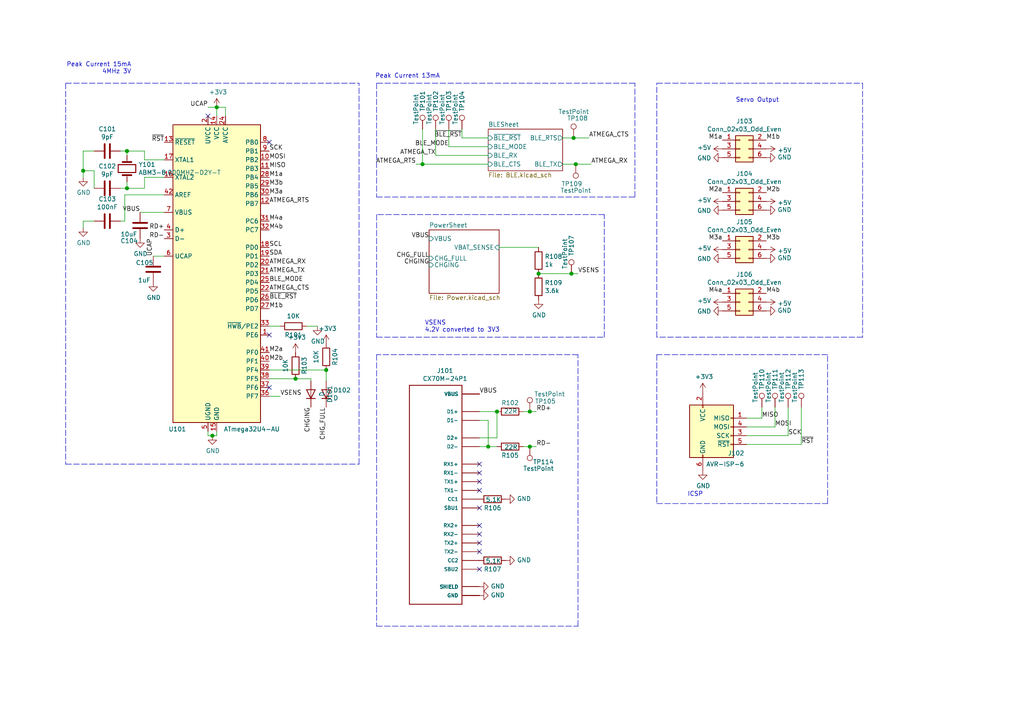
<source format=kicad_sch>
(kicad_sch (version 20210126) (generator eeschema)
  (paper "A4")
  (lib_symbols
    (symbol "Connector:TestPoint" (pin_numbers hide) (pin_names (offset 0.762) hide)
      (property "Reference" "TP" (at 0 6.858 0))
      (property "Value" "TestPoint" (at 0 5.08 0))
      (symbol "TestPoint_0_1"
        (circle (center 0 3.302) (radius 0.762))
      )
      (symbol "TestPoint_1_1"
        (pin passive line (at 0 0 90) (length 2.54) (name "1") (number "1"))
      )
    )
    (symbol "Connector_Generic:Conn_02x03_Odd_Even" (pin_names (offset 1.016) hide)
      (property "Reference" "J" (at 1.27 5.08 0))
      (property "Value" "Conn_02x03_Odd_Even" (at 1.27 -5.08 0))
      (symbol "Conn_02x03_Odd_Even_1_1"
        (rectangle (start -1.27 -2.413) (end 0 -2.667) (stroke (width 0.1524)))
        (rectangle (start -1.27 0.127) (end 0 -0.127) (stroke (width 0.1524)))
        (rectangle (start -1.27 2.667) (end 0 2.413) (stroke (width 0.1524)))
        (rectangle (start 3.81 -2.413) (end 2.54 -2.667) (stroke (width 0.1524)))
        (rectangle (start 3.81 0.127) (end 2.54 -0.127) (stroke (width 0.1524)))
        (rectangle (start 3.81 2.667) (end 2.54 2.413) (stroke (width 0.1524)))
        (rectangle (start -1.27 3.81) (end 3.81 -3.81) (stroke (width 0.254)) (fill (type background)))
        (pin passive line (at -5.08 2.54 0) (length 3.81) (name "Pin_1") (number "1"))
        (pin passive line (at 7.62 2.54 180) (length 3.81) (name "Pin_2") (number "2"))
        (pin passive line (at -5.08 0 0) (length 3.81) (name "Pin_3") (number "3"))
        (pin passive line (at 7.62 0 180) (length 3.81) (name "Pin_4") (number "4"))
        (pin passive line (at -5.08 -2.54 0) (length 3.81) (name "Pin_5") (number "5"))
        (pin passive line (at 7.62 -2.54 180) (length 3.81) (name "Pin_6") (number "6"))
      )
    )
    (symbol "Custom:CX70M-24P1" (pin_numbers hide) (pin_names (offset 1.016))
      (property "Reference" "J" (at -7.6454 33.6042 0))
      (property "Value" "CX70M-24P1" (at -7.6454 -33.0708 0))
      (symbol "CX70M-24P1_0_0"
        (polyline (pts (xy -7.62 -30.48) (xy -7.62 33.02)) (stroke (width 0.254)))
        (polyline (pts (xy -7.62 33.02) (xy 7.62 33.02)) (stroke (width 0.254)))
        (polyline (pts (xy 7.62 -30.48) (xy -7.62 -30.48)) (stroke (width 0.254)))
        (polyline (pts (xy 7.62 33.02) (xy 7.62 -30.48)) (stroke (width 0.254)))
        (pin power_in line (at 12.7 -27.94 180) (length 5.08) (name "GND") (number "A1"))
        (pin bidirectional line (at 12.7 -10.16 180) (length 5.08) (name "RX2-") (number "A10"))
        (pin bidirectional line (at 12.7 -7.62 180) (length 5.08) (name "RX2+") (number "A11"))
        (pin power_in line (at 12.7 -27.94 180) (length 5.08) (name "GND") (number "A12"))
        (pin bidirectional line (at 12.7 5.08 180) (length 5.08) (name "TX1+") (number "A2"))
        (pin bidirectional line (at 12.7 2.54 180) (length 5.08) (name "TX1-") (number "A3"))
        (pin power_in line (at 12.7 30.48 180) (length 5.08) (name "VBUS") (number "A4"))
        (pin bidirectional line (at 12.7 0 180) (length 5.08) (name "CC1") (number "A5"))
        (pin bidirectional line (at 12.7 25.4 180) (length 5.08) (name "D1+") (number "A6"))
        (pin bidirectional line (at 12.7 22.86 180) (length 5.08) (name "D1-") (number "A7"))
        (pin bidirectional line (at 12.7 -2.54 180) (length 5.08) (name "SBU1") (number "A8"))
        (pin power_in line (at 12.7 30.48 180) (length 5.08) (name "VBUS") (number "A9"))
        (pin power_in line (at 12.7 -27.94 180) (length 5.08) (name "GND") (number "B1"))
        (pin bidirectional line (at 12.7 7.62 180) (length 5.08) (name "RX1-") (number "B10"))
        (pin bidirectional line (at 12.7 10.16 180) (length 5.08) (name "RX1+") (number "B11"))
        (pin power_in line (at 12.7 -27.94 180) (length 5.08) (name "GND") (number "B12"))
        (pin bidirectional line (at 12.7 -12.7 180) (length 5.08) (name "TX2+") (number "B2"))
        (pin bidirectional line (at 12.7 -15.24 180) (length 5.08) (name "TX2-") (number "B3"))
        (pin power_in line (at 12.7 30.48 180) (length 5.08) (name "VBUS") (number "B4"))
        (pin bidirectional line (at 12.7 -17.78 180) (length 5.08) (name "CC2") (number "B5"))
        (pin bidirectional line (at 12.7 17.78 180) (length 5.08) (name "D2+") (number "B6"))
        (pin bidirectional line (at 12.7 15.24 180) (length 5.08) (name "D2-") (number "B7"))
        (pin bidirectional line (at 12.7 -20.32 180) (length 5.08) (name "SBU2") (number "B8"))
        (pin power_in line (at 12.7 30.48 180) (length 5.08) (name "VBUS") (number "B9"))
        (pin power_in line (at 12.7 -25.4 180) (length 5.08) (name "SHIELD") (number "S1"))
        (pin power_in line (at 12.7 -25.4 180) (length 5.08) (name "SHIELD") (number "S2"))
        (pin power_in line (at 12.7 -25.4 180) (length 5.08) (name "SHIELD") (number "S3"))
        (pin power_in line (at 12.7 -25.4 180) (length 5.08) (name "SHIELD") (number "S4"))
        (pin power_in line (at 12.7 -25.4 180) (length 5.08) (name "SHIELD") (number "S5"))
        (pin power_in line (at 12.7 -25.4 180) (length 5.08) (name "SHIELD") (number "S5.1"))
        (pin power_in line (at 12.7 -25.4 180) (length 5.08) (name "SHIELD") (number "S6"))
        (pin power_in line (at 12.7 -25.4 180) (length 5.08) (name "SHIELD") (number "S6.1"))
      )
    )
    (symbol "Device:C" (pin_numbers hide) (pin_names (offset 0.254))
      (property "Reference" "C" (at 0.635 2.54 0))
      (property "Value" "C" (at 0.635 -2.54 0))
      (symbol "C_0_1"
        (polyline (pts (xy -2.032 -0.762) (xy 2.032 -0.762)) (stroke (width 0.508)))
        (polyline (pts (xy -2.032 0.762) (xy 2.032 0.762)) (stroke (width 0.508)))
      )
      (symbol "C_1_1"
        (pin passive line (at 0 3.81 270) (length 2.794) (name "~") (number "1"))
        (pin passive line (at 0 -3.81 90) (length 2.794) (name "~") (number "2"))
      )
    )
    (symbol "Device:Crystal" (pin_numbers hide) (pin_names (offset 1.016) hide)
      (property "Reference" "Y" (at 0 3.81 0))
      (property "Value" "Crystal" (at 0 -3.81 0))
      (symbol "Crystal_0_1"
        (rectangle (start -1.143 2.54) (end 1.143 -2.54) (stroke (width 0.3048)))
        (polyline (pts (xy -2.54 0) (xy -1.905 0)))
        (polyline (pts (xy -1.905 -1.27) (xy -1.905 1.27)) (stroke (width 0.508)))
        (polyline (pts (xy 1.905 -1.27) (xy 1.905 1.27)) (stroke (width 0.508)))
        (polyline (pts (xy 2.54 0) (xy 1.905 0)))
      )
      (symbol "Crystal_1_1"
        (pin passive line (at -3.81 0 0) (length 1.27) (name "1") (number "1"))
        (pin passive line (at 3.81 0 180) (length 1.27) (name "2") (number "2"))
      )
    )
    (symbol "Device:D" (pin_numbers hide) (pin_names (offset 1.016) hide)
      (property "Reference" "D" (at 0 2.54 0))
      (property "Value" "D" (at 0 -2.54 0))
      (symbol "D_0_1"
        (polyline (pts (xy -1.27 1.27) (xy -1.27 -1.27)) (stroke (width 0.254)))
        (polyline (pts (xy 1.27 0) (xy -1.27 0)))
        (polyline (pts (xy 1.27 1.27) (xy 1.27 -1.27) (xy -1.27 0) (xy 1.27 1.27)) (stroke (width 0.254)))
      )
      (symbol "D_1_1"
        (pin passive line (at -3.81 0 0) (length 2.54) (name "K") (number "1"))
        (pin passive line (at 3.81 0 180) (length 2.54) (name "A") (number "2"))
      )
    )
    (symbol "Device:R" (pin_numbers hide) (pin_names (offset 0))
      (property "Reference" "R" (at 2.032 0 90))
      (property "Value" "R" (at 0 0 90))
      (symbol "R_0_1"
        (rectangle (start -1.016 -2.54) (end 1.016 2.54) (stroke (width 0.254)))
      )
      (symbol "R_1_1"
        (pin passive line (at 0 3.81 270) (length 1.27) (name "~") (number "1"))
        (pin passive line (at 0 -3.81 90) (length 1.27) (name "~") (number "2"))
      )
    )
    (symbol "PhoneBot-rescue:ATmega32U4-AU-MCU_Microchip_ATmega-PhoneBot-rescue-PhoneBot-rescue-PhoneBot-rescue-PhoneBot-rescue"
      (property "Reference" "U" (at -12.7 44.45 0))
      (property "Value" "ATmega32U4-AU-MCU_Microchip_ATmega-PhoneBot-rescue-PhoneBot-rescue-PhoneBot-rescue-PhoneBot-rescue" (at 2.54 -44.45 0))
      (symbol "ATmega32U4-AU-MCU_Microchip_ATmega-PhoneBot-rescue-PhoneBot-rescue-PhoneBot-rescue-PhoneBot-rescue_0_1"
        (rectangle (start -12.7 -43.18) (end 12.7 43.18) (stroke (width 0.254)) (fill (type background)))
      )
      (symbol "ATmega32U4-AU-MCU_Microchip_ATmega-PhoneBot-rescue-PhoneBot-rescue-PhoneBot-rescue-PhoneBot-rescue_1_1"
        (pin bidirectional line (at 15.24 -17.78 180) (length 2.54) (name "PE6") (number "1"))
        (pin bidirectional line (at 15.24 33.02 180) (length 2.54) (name "PB2") (number "10"))
        (pin bidirectional line (at 15.24 30.48 180) (length 2.54) (name "PB3") (number "11"))
        (pin bidirectional line (at 15.24 20.32 180) (length 2.54) (name "PB7") (number "12"))
        (pin input line (at -15.24 38.1 0) (length 2.54) (name "~RESET~") (number "13"))
        (pin power_in line (at 0 45.72 270) (length 2.54) (name "VCC") (number "14"))
        (pin power_in line (at 0 -45.72 90) (length 2.54) (name "GND") (number "15"))
        (pin output line (at -15.24 27.94 0) (length 2.54) (name "XTAL2") (number "16"))
        (pin input line (at -15.24 33.02 0) (length 2.54) (name "XTAL1") (number "17"))
        (pin bidirectional line (at 15.24 7.62 180) (length 2.54) (name "PD0") (number "18"))
        (pin bidirectional line (at 15.24 5.08 180) (length 2.54) (name "PD1") (number "19"))
        (pin power_in line (at -2.54 45.72 270) (length 2.54) (name "UVCC") (number "2"))
        (pin bidirectional line (at 15.24 2.54 180) (length 2.54) (name "PD2") (number "20"))
        (pin bidirectional line (at 15.24 0 180) (length 2.54) (name "PD3") (number "21"))
        (pin bidirectional line (at 15.24 -5.08 180) (length 2.54) (name "PD5") (number "22"))
        (pin passive line (at 0 -45.72 90) (length 2.54) hide (name "GND") (number "23"))
        (pin power_in line (at 2.54 45.72 270) (length 2.54) (name "AVCC") (number "24"))
        (pin bidirectional line (at 15.24 -2.54 180) (length 2.54) (name "PD4") (number "25"))
        (pin bidirectional line (at 15.24 -7.62 180) (length 2.54) (name "PD6") (number "26"))
        (pin bidirectional line (at 15.24 -10.16 180) (length 2.54) (name "PD7") (number "27"))
        (pin bidirectional line (at 15.24 27.94 180) (length 2.54) (name "PB4") (number "28"))
        (pin bidirectional line (at 15.24 25.4 180) (length 2.54) (name "PB5") (number "29"))
        (pin bidirectional line (at -15.24 10.16 0) (length 2.54) (name "D-") (number "3"))
        (pin bidirectional line (at 15.24 22.86 180) (length 2.54) (name "PB6") (number "30"))
        (pin bidirectional line (at 15.24 15.24 180) (length 2.54) (name "PC6") (number "31"))
        (pin bidirectional line (at 15.24 12.7 180) (length 2.54) (name "PC7") (number "32"))
        (pin bidirectional line (at 15.24 -15.24 180) (length 2.54) (name "~HWB~/PE2") (number "33"))
        (pin passive line (at 0 45.72 270) (length 2.54) hide (name "VCC") (number "34"))
        (pin passive line (at 0 -45.72 90) (length 2.54) hide (name "GND") (number "35"))
        (pin bidirectional line (at 15.24 -35.56 180) (length 2.54) (name "PF7") (number "36"))
        (pin bidirectional line (at 15.24 -33.02 180) (length 2.54) (name "PF6") (number "37"))
        (pin bidirectional line (at 15.24 -30.48 180) (length 2.54) (name "PF5") (number "38"))
        (pin bidirectional line (at 15.24 -27.94 180) (length 2.54) (name "PF4") (number "39"))
        (pin bidirectional line (at -15.24 12.7 0) (length 2.54) (name "D+") (number "4"))
        (pin bidirectional line (at 15.24 -25.4 180) (length 2.54) (name "PF1") (number "40"))
        (pin bidirectional line (at 15.24 -22.86 180) (length 2.54) (name "PF0") (number "41"))
        (pin input line (at -15.24 22.86 0) (length 2.54) (name "AREF") (number "42"))
        (pin passive line (at 0 -45.72 90) (length 2.54) hide (name "GND") (number "43"))
        (pin passive line (at 2.54 45.72 270) (length 2.54) hide (name "AVCC") (number "44"))
        (pin passive line (at -2.54 -45.72 90) (length 2.54) (name "UGND") (number "5"))
        (pin passive line (at -15.24 5.08 0) (length 2.54) (name "UCAP") (number "6"))
        (pin passive line (at -15.24 17.78 0) (length 2.54) (name "VBUS") (number "7"))
        (pin bidirectional line (at 15.24 38.1 180) (length 2.54) (name "PB0") (number "8"))
        (pin bidirectional line (at 15.24 35.56 180) (length 2.54) (name "PB1") (number "9"))
      )
    )
    (symbol "PhoneBot-rescue:AVR-ISP-6-Connector-PhoneBot-rescue" (pin_names (offset 1.016))
      (property "Reference" "J" (at 0 10.16 0))
      (property "Value" "AVR-ISP-6-Connector-PhoneBot-rescue" (at 0 -7.62 0))
      (symbol "AVR-ISP-6-Connector-PhoneBot-rescue_0_1"
        (rectangle (start -2.667 -5.588) (end -2.413 -6.35))
        (rectangle (start -2.667 8.89) (end -2.413 8.128))
        (rectangle (start 6.35 -2.413) (end 5.588 -2.667))
        (rectangle (start 6.35 0.127) (end 5.588 -0.127))
        (rectangle (start 6.35 2.667) (end 5.588 2.413))
        (rectangle (start 6.35 5.207) (end 5.588 4.953))
        (rectangle (start 6.35 8.89) (end -6.35 -6.35) (stroke (width 0.254)) (fill (type background)))
      )
      (symbol "AVR-ISP-6-Connector-PhoneBot-rescue_1_1"
        (pin passive line (at 10.16 5.08 180) (length 3.81) (name "MISO") (number "1"))
        (pin power_in line (at -2.54 12.7 270) (length 3.81) (name "VCC") (number "2"))
        (pin passive line (at 10.16 0 180) (length 3.81) (name "SCK") (number "3"))
        (pin passive line (at 10.16 2.54 180) (length 3.81) (name "MOSI") (number "4"))
        (pin passive line (at 10.16 -2.54 180) (length 3.81) (name "~RST") (number "5"))
        (pin power_in line (at -2.54 -10.16 90) (length 3.81) (name "GND") (number "6"))
      )
    )
    (symbol "power:+3V3" (power) (pin_names (offset 0))
      (property "Value" "+3V3" (at 0 3.556 0))
      (symbol "+3V3_0_1"
        (polyline (pts (xy -0.762 1.27) (xy 0 2.54)))
        (polyline (pts (xy 0 0) (xy 0 2.54)))
        (polyline (pts (xy 0 2.54) (xy 0.762 1.27)))
      )
      (symbol "+3V3_1_1"
        (pin power_in line (at 0 0 90) (length 0) hide (name "+3V3") (number "1"))
      )
    )
    (symbol "power:+5V" (power) (pin_names (offset 0))
      (property "Value" "+5V" (at 0 3.556 0))
      (symbol "+5V_0_1"
        (polyline (pts (xy -0.762 1.27) (xy 0 2.54)))
        (polyline (pts (xy 0 0) (xy 0 2.54)))
        (polyline (pts (xy 0 2.54) (xy 0.762 1.27)))
      )
      (symbol "+5V_1_1"
        (pin power_in line (at 0 0 90) (length 0) hide (name "+5V") (number "1"))
      )
    )
    (symbol "power:GND" (power) (pin_names (offset 0))
      (property "Value" "GND" (at 0 -3.81 0))
      (symbol "GND_0_1"
        (polyline (pts (xy 0 0) (xy 0 -1.27) (xy 1.27 -1.27) (xy 0 -2.54) (xy -1.27 -1.27) (xy 0 -1.27)))
      )
      (symbol "GND_1_1"
        (pin power_in line (at 0 0 270) (length 0) hide (name "GND") (number "1"))
      )
    )
  )
  (junction (at 24.13 49.53) (diameter 1.016))
  (junction (at 36.83 43.815) (diameter 1.016))
  (junction (at 36.83 54.61) (diameter 1.016))
  (junction (at 61.595 126.365) (diameter 1.016))
  (junction (at 62.865 31.115) (diameter 1.016))
  (junction (at 85.725 109.855) (diameter 1.016))
  (junction (at 94.615 107.315) (diameter 1.016))
  (junction (at 122.555 47.625) (diameter 1.016))
  (junction (at 141.605 129.54) (diameter 1.016))
  (junction (at 144.145 119.38) (diameter 1.016))
  (junction (at 153.67 119.38) (diameter 1.016))
  (junction (at 153.67 129.54) (diameter 1.016))
  (junction (at 156.21 79.375) (diameter 1.016))
  (junction (at 165.735 79.375) (diameter 1.016))
  (junction (at 166.37 40.005) (diameter 1.016))
  (junction (at 167.005 47.625) (diameter 1.016))
  (no_connect (at 60.325 33.655))
  (no_connect (at 78.105 41.275))
  (no_connect (at 78.105 97.155))
  (no_connect (at 78.105 112.395))
  (no_connect (at 139.065 134.62))
  (no_connect (at 139.065 137.16))
  (no_connect (at 139.065 139.7))
  (no_connect (at 139.065 142.24))
  (no_connect (at 139.065 147.32))
  (no_connect (at 139.065 152.4))
  (no_connect (at 139.065 154.94))
  (no_connect (at 139.065 157.48))
  (no_connect (at 139.065 160.02))
  (no_connect (at 139.065 165.1))
  (wire (pts (xy 24.13 43.815) (xy 24.13 49.53)))
  (wire (pts (xy 24.13 43.815) (xy 27.305 43.815)))
  (wire (pts (xy 24.13 49.53) (xy 24.13 51.435)))
  (wire (pts (xy 24.13 64.135) (xy 24.13 66.04)))
  (wire (pts (xy 27.305 49.53) (xy 24.13 49.53)))
  (wire (pts (xy 27.305 54.61) (xy 27.305 49.53)))
  (wire (pts (xy 27.305 64.135) (xy 24.13 64.135)))
  (wire (pts (xy 34.925 54.61) (xy 36.83 54.61)))
  (wire (pts (xy 36.195 56.515) (xy 36.195 64.135)))
  (wire (pts (xy 36.195 64.135) (xy 34.925 64.135)))
  (wire (pts (xy 36.83 43.815) (xy 34.925 43.815)))
  (wire (pts (xy 36.83 45.085) (xy 36.83 43.815)))
  (wire (pts (xy 36.83 54.61) (xy 36.83 52.705)))
  (wire (pts (xy 36.83 54.61) (xy 41.91 54.61)))
  (wire (pts (xy 40.64 61.595) (xy 47.625 61.595)))
  (wire (pts (xy 41.91 43.815) (xy 36.83 43.815)))
  (wire (pts (xy 41.91 46.355) (xy 41.91 43.815)))
  (wire (pts (xy 41.91 51.435) (xy 47.625 51.435)))
  (wire (pts (xy 41.91 54.61) (xy 41.91 51.435)))
  (wire (pts (xy 47.625 46.355) (xy 41.91 46.355)))
  (wire (pts (xy 47.625 56.515) (xy 36.195 56.515)))
  (wire (pts (xy 47.625 74.295) (xy 44.45 74.295)))
  (wire (pts (xy 60.325 31.115) (xy 62.865 31.115)))
  (wire (pts (xy 60.325 125.095) (xy 60.325 126.365)))
  (wire (pts (xy 60.325 126.365) (xy 61.595 126.365)))
  (wire (pts (xy 61.595 126.365) (xy 62.865 126.365)))
  (wire (pts (xy 62.865 33.655) (xy 62.865 31.115)))
  (wire (pts (xy 62.865 126.365) (xy 62.865 125.095)))
  (wire (pts (xy 65.405 31.115) (xy 62.865 31.115)))
  (wire (pts (xy 65.405 33.655) (xy 65.405 31.115)))
  (wire (pts (xy 78.105 94.615) (xy 81.28 94.615)))
  (wire (pts (xy 78.105 107.315) (xy 94.615 107.315)))
  (wire (pts (xy 78.105 109.855) (xy 85.725 109.855)))
  (wire (pts (xy 78.105 114.935) (xy 81.28 114.935)))
  (wire (pts (xy 85.725 109.855) (xy 90.17 109.855)))
  (wire (pts (xy 88.9 94.615) (xy 92.075 94.615)))
  (wire (pts (xy 90.17 109.855) (xy 90.17 110.49)))
  (wire (pts (xy 94.615 107.315) (xy 94.615 110.49)))
  (wire (pts (xy 120.65 47.625) (xy 122.555 47.625)))
  (wire (pts (xy 122.555 37.465) (xy 122.555 47.625)))
  (wire (pts (xy 122.555 47.625) (xy 141.605 47.625)))
  (wire (pts (xy 126.365 37.465) (xy 126.365 45.085)))
  (wire (pts (xy 126.365 45.085) (xy 141.605 45.085)))
  (wire (pts (xy 130.175 42.545) (xy 130.175 37.465)))
  (wire (pts (xy 133.985 37.465) (xy 133.985 40.005)))
  (wire (pts (xy 133.985 40.005) (xy 141.605 40.005)))
  (wire (pts (xy 139.065 121.92) (xy 141.605 121.92)))
  (wire (pts (xy 139.065 127) (xy 144.145 127)))
  (wire (pts (xy 141.605 42.545) (xy 130.175 42.545)))
  (wire (pts (xy 141.605 121.92) (xy 141.605 129.54)))
  (wire (pts (xy 141.605 129.54) (xy 139.065 129.54)))
  (wire (pts (xy 141.605 129.54) (xy 144.145 129.54)))
  (wire (pts (xy 144.145 119.38) (xy 139.065 119.38)))
  (wire (pts (xy 144.145 127) (xy 144.145 119.38)))
  (wire (pts (xy 144.78 71.755) (xy 156.21 71.755)))
  (wire (pts (xy 151.765 119.38) (xy 153.67 119.38)))
  (wire (pts (xy 151.765 129.54) (xy 153.67 129.54)))
  (wire (pts (xy 153.67 119.38) (xy 155.575 119.38)))
  (wire (pts (xy 153.67 129.54) (xy 155.575 129.54)))
  (wire (pts (xy 156.21 79.375) (xy 165.735 79.375)))
  (wire (pts (xy 163.195 40.005) (xy 166.37 40.005)))
  (wire (pts (xy 163.195 47.625) (xy 167.005 47.625)))
  (wire (pts (xy 165.735 79.375) (xy 167.64 79.375)))
  (wire (pts (xy 166.37 40.005) (xy 170.815 40.005)))
  (wire (pts (xy 167.005 47.625) (xy 171.45 47.625)))
  (wire (pts (xy 216.535 121.285) (xy 220.98 121.285)))
  (wire (pts (xy 216.535 123.825) (xy 224.79 123.825)))
  (wire (pts (xy 216.535 126.365) (xy 228.6 126.365)))
  (wire (pts (xy 216.535 128.905) (xy 232.41 128.905)))
  (wire (pts (xy 220.98 121.285) (xy 220.98 118.11)))
  (wire (pts (xy 224.79 123.825) (xy 224.79 118.11)))
  (wire (pts (xy 228.6 126.365) (xy 228.6 118.11)))
  (wire (pts (xy 232.41 128.905) (xy 232.41 118.11)))
  (polyline (pts (xy 19.05 24.13) (xy 19.05 134.62)) (stroke (width 0) (type dash)))
  (polyline (pts (xy 19.05 24.13) (xy 104.14 24.13)) (stroke (width 0) (type dash)))
  (polyline (pts (xy 19.05 134.62) (xy 104.14 134.62)) (stroke (width 0) (type dash)))
  (polyline (pts (xy 104.14 134.62) (xy 104.14 24.13)) (stroke (width 0) (type dash)))
  (polyline (pts (xy 109.22 24.13) (xy 109.22 57.15)) (stroke (width 0) (type dash)))
  (polyline (pts (xy 109.22 57.15) (xy 184.15 57.15)) (stroke (width 0) (type dash)))
  (polyline (pts (xy 109.22 62.23) (xy 109.22 97.79)) (stroke (width 0) (type dash)))
  (polyline (pts (xy 109.22 97.79) (xy 175.26 97.79)) (stroke (width 0) (type dash)))
  (polyline (pts (xy 109.22 102.87) (xy 109.22 181.61)) (stroke (width 0) (type dash)))
  (polyline (pts (xy 109.22 181.61) (xy 167.64 181.61)) (stroke (width 0) (type dash)))
  (polyline (pts (xy 167.64 102.87) (xy 109.22 102.87)) (stroke (width 0) (type dash)))
  (polyline (pts (xy 167.64 181.61) (xy 167.64 102.87)) (stroke (width 0) (type dash)))
  (polyline (pts (xy 175.26 62.23) (xy 109.22 62.23)) (stroke (width 0) (type dash)))
  (polyline (pts (xy 175.26 97.79) (xy 175.26 62.23)) (stroke (width 0) (type dash)))
  (polyline (pts (xy 184.15 24.13) (xy 109.22 24.13)) (stroke (width 0) (type dash)))
  (polyline (pts (xy 184.15 57.15) (xy 184.15 24.13)) (stroke (width 0) (type dash)))
  (polyline (pts (xy 190.5 24.13) (xy 250.19 24.13)) (stroke (width 0) (type dash)))
  (polyline (pts (xy 190.5 97.79) (xy 190.5 24.13)) (stroke (width 0) (type dash)))
  (polyline (pts (xy 190.5 102.87) (xy 190.5 146.05)) (stroke (width 0) (type dash)))
  (polyline (pts (xy 190.5 146.05) (xy 240.03 146.05)) (stroke (width 0) (type dash)))
  (polyline (pts (xy 240.03 102.87) (xy 190.5 102.87)) (stroke (width 0) (type dash)))
  (polyline (pts (xy 240.03 146.05) (xy 240.03 102.87)) (stroke (width 0) (type dash)))
  (polyline (pts (xy 250.19 24.13) (xy 250.19 97.79)) (stroke (width 0) (type dash)))
  (polyline (pts (xy 250.19 97.79) (xy 190.5 97.79)) (stroke (width 0) (type dash)))
  (text "Peak Current 15mA\n4MHz 3V" (at 38.1 21.59 180) (effects (font (size 1.27 1.27)) (justify right bottom)))
  (text "VSENS\n4.2V converted to 3V3" (at 123.19 96.52 0) (effects (font (size 1.27 1.27)) (justify left bottom)))
  (text "Peak Current 13mA" (at 127.635 22.86 180) (effects (font (size 1.27 1.27)) (justify right bottom)))
  (text "ICSP" (at 199.39 144.145 0) (effects (font (size 1.27 1.27)) (justify left bottom)))
  (text "Servo Output" (at 213.36 29.845 0) (effects (font (size 1.27 1.27)) (justify left bottom)))
  (label "VBUS" (at 40.64 61.595 180))
  (label "UCAP" (at 44.45 74.295 90))
  (label "~RST" (at 47.625 41.275 180))
  (label "RD+" (at 47.625 66.675 180))
  (label "RD-" (at 47.625 69.215 180))
  (label "UCAP" (at 60.325 31.115 180))
  (label "SCK" (at 78.105 43.815 0))
  (label "MOSI" (at 78.105 46.355 0))
  (label "MISO" (at 78.105 48.895 0))
  (label "M1a" (at 78.105 51.435 0))
  (label "M3b" (at 78.105 53.975 0))
  (label "M3a" (at 78.105 56.515 0))
  (label "ATMEGA_RTS" (at 78.105 59.055 0))
  (label "M4a" (at 78.105 64.135 0))
  (label "M4b" (at 78.105 66.675 0))
  (label "SCL" (at 78.105 71.755 0))
  (label "SDA" (at 78.105 74.295 0))
  (label "ATMEGA_RX" (at 78.105 76.835 0))
  (label "ATMEGA_TX" (at 78.105 79.375 0))
  (label "BLE_MODE" (at 78.105 81.915 0))
  (label "ATMEGA_CTS" (at 78.105 84.455 0))
  (label "~BLE_RST" (at 78.105 86.995 0))
  (label "M1b" (at 78.105 89.535 0))
  (label "M2a" (at 78.105 102.235 0))
  (label "M2b" (at 78.105 104.775 0))
  (label "VSENS" (at 81.28 114.935 0))
  (label "CHGING" (at 90.17 118.11 270))
  (label "CHG_FULL" (at 94.615 118.11 270))
  (label "ATMEGA_RTS" (at 120.65 47.625 180))
  (label "VBUS" (at 124.46 69.215 180))
  (label "CHG_FULL" (at 124.46 74.93 180))
  (label "CHGING" (at 124.46 76.835 180))
  (label "ATMEGA_TX" (at 126.365 45.085 180))
  (label "BLE_MODE" (at 130.175 42.545 180))
  (label "~BLE_RST" (at 133.985 40.005 180))
  (label "VBUS" (at 139.065 114.3 0))
  (label "RD+" (at 155.575 119.38 0))
  (label "RD-" (at 155.575 129.54 0))
  (label "VSENS" (at 167.64 79.375 0))
  (label "ATMEGA_CTS" (at 170.815 40.005 0))
  (label "ATMEGA_RX" (at 171.45 47.625 0))
  (label "M1a" (at 209.55 40.64 180))
  (label "M2a" (at 209.55 55.88 180))
  (label "M3a" (at 209.55 69.85 180))
  (label "M4a" (at 209.55 85.09 180))
  (label "MISO" (at 220.98 121.285 0))
  (label "M1b" (at 222.25 40.64 0))
  (label "M2b" (at 222.25 55.88 0))
  (label "M3b" (at 222.25 69.85 0))
  (label "M4b" (at 222.25 85.09 0))
  (label "MOSI" (at 224.79 123.825 0))
  (label "SCK" (at 228.6 126.365 0))
  (label "~RST" (at 232.41 128.905 0))
  (symbol (lib_id "Connector:TestPoint") (at 122.555 37.465 0) (unit 1)
    (property "Reference" "TP101" (at 122.555 32.385 90) (effects (justify left)))
    (property "Value" "TestPoint" (at 120.65 36.195 90) (effects (justify left)))
    (property "Footprint" "TestPoint:TestPoint_Pad_D1.0mm" (effects hide))
  )
  (symbol (lib_id "Connector:TestPoint") (at 126.365 37.465 0) (unit 1)
    (property "Reference" "TP102" (at 126.365 32.385 90) (effects (justify left)))
    (property "Value" "TestPoint" (at 124.46 36.195 90) (effects (justify left)))
    (property "Footprint" "TestPoint:TestPoint_Pad_D1.0mm" (effects hide))
  )
  (symbol (lib_id "Connector:TestPoint") (at 130.175 37.465 0) (unit 1)
    (property "Reference" "TP103" (at 130.175 32.385 90) (effects (justify left)))
    (property "Value" "TestPoint" (at 128.27 36.195 90) (effects (justify left)))
    (property "Footprint" "TestPoint:TestPoint_Pad_D1.0mm" (effects hide))
  )
  (symbol (lib_id "Connector:TestPoint") (at 133.985 37.465 0) (unit 1)
    (property "Reference" "TP104" (at 133.985 32.385 90) (effects (justify left)))
    (property "Value" "TestPoint" (at 132.08 36.195 90) (effects (justify left)))
    (property "Footprint" "TestPoint:TestPoint_Pad_D1.0mm" (effects hide))
  )
  (symbol (lib_id "Connector:TestPoint") (at 153.67 119.38 0) (unit 1)
    (property "Reference" "TP105" (at 155.1432 116.3828 0) (effects (justify left)))
    (property "Value" "TestPoint" (at 154.94 114.3 0) (effects (justify left)))
    (property "Footprint" "TestPoint:TestPoint_Pad_D1.0mm" (effects hide))
  )
  (symbol (lib_id "Connector:TestPoint") (at 153.67 129.54 180) (unit 1)
    (property "Reference" "TP114" (at 160.655 133.985 0) (effects (justify left)))
    (property "Value" "TestPoint" (at 160.655 135.89 0) (effects (justify left)))
    (property "Footprint" "TestPoint:TestPoint_Pad_D1.0mm" (effects hide))
  )
  (symbol (lib_id "Connector:TestPoint") (at 165.735 79.375 0) (unit 1)
    (property "Reference" "TP107" (at 165.735 74.295 90) (effects (justify left)))
    (property "Value" "TestPoint" (at 163.83 78.105 90) (effects (justify left)))
    (property "Footprint" "TestPoint:TestPoint_Pad_D1.0mm" (effects hide))
  )
  (symbol (lib_id "Connector:TestPoint") (at 166.37 40.005 0) (unit 1)
    (property "Reference" "TP108" (at 164.465 34.29 0) (effects (justify left)))
    (property "Value" "TestPoint" (at 161.925 32.385 0) (effects (justify left)))
    (property "Footprint" "TestPoint:TestPoint_Pad_D1.0mm" (effects hide))
  )
  (symbol (lib_id "Connector:TestPoint") (at 167.005 47.625 180) (unit 1)
    (property "Reference" "TP109" (at 168.91 53.34 0) (effects (justify left)))
    (property "Value" "TestPoint" (at 171.45 55.245 0) (effects (justify left)))
    (property "Footprint" "TestPoint:TestPoint_Pad_D1.0mm" (effects hide))
  )
  (symbol (lib_id "Connector:TestPoint") (at 220.98 118.11 0) (unit 1)
    (property "Reference" "TP110" (at 220.98 113.03 90) (effects (justify left)))
    (property "Value" "TestPoint" (at 219.075 116.84 90) (effects (justify left)))
    (property "Footprint" "TestPoint:TestPoint_Pad_D1.0mm" (effects hide))
  )
  (symbol (lib_id "Connector:TestPoint") (at 224.79 118.11 0) (unit 1)
    (property "Reference" "TP111" (at 224.79 113.03 90) (effects (justify left)))
    (property "Value" "TestPoint" (at 222.885 116.84 90) (effects (justify left)))
    (property "Footprint" "TestPoint:TestPoint_Pad_D1.0mm" (effects hide))
  )
  (symbol (lib_id "Connector:TestPoint") (at 228.6 118.11 0) (unit 1)
    (property "Reference" "TP112" (at 228.6 113.03 90) (effects (justify left)))
    (property "Value" "TestPoint" (at 226.695 116.84 90) (effects (justify left)))
    (property "Footprint" "TestPoint:TestPoint_Pad_D1.0mm" (effects hide))
  )
  (symbol (lib_id "Connector:TestPoint") (at 232.41 118.11 0) (unit 1)
    (property "Reference" "TP113" (at 232.41 113.03 90) (effects (justify left)))
    (property "Value" "TestPoint" (at 230.505 116.84 90) (effects (justify left)))
    (property "Footprint" "TestPoint:TestPoint_Pad_D1.0mm" (effects hide))
  )
  (symbol (lib_id "power:+3V3") (at 62.865 31.115 0) (unit 1)
    (property "Reference" "#PWR0106" (effects hide))
    (property "Value" "+3V3" (at 63.246 26.7208 0))
  )
  (symbol (lib_id "power:+3V3") (at 85.725 102.235 0) (unit 1)
    (property "Reference" "#PWR0132" (effects hide))
    (property "Value" "+3V3" (at 86.106 97.8408 0))
  )
  (symbol (lib_id "power:+3V3") (at 94.615 99.695 0) (unit 1)
    (property "Reference" "#PWR0131" (effects hide))
    (property "Value" "+3V3" (at 94.996 95.3008 0))
  )
  (symbol (lib_id "power:+3V3") (at 203.835 113.665 0) (unit 1)
    (property "Reference" "#PWR0113" (effects hide))
    (property "Value" "+3V3" (at 204.216 109.2708 0))
  )
  (symbol (lib_id "power:+5V") (at 209.55 43.18 90) (unit 1)
    (property "Reference" "#PWR0115" (effects hide))
    (property "Value" "+5V" (at 206.2988 42.799 90) (effects (justify left)))
  )
  (symbol (lib_id "power:+5V") (at 209.55 58.42 90) (unit 1)
    (property "Reference" "#PWR0117" (effects hide))
    (property "Value" "+5V" (at 206.2988 58.039 90) (effects (justify left)))
  )
  (symbol (lib_id "power:+5V") (at 209.55 72.39 90) (unit 1)
    (property "Reference" "#PWR0119" (effects hide))
    (property "Value" "+5V" (at 206.2988 72.009 90) (effects (justify left)))
  )
  (symbol (lib_id "power:+5V") (at 209.55 87.63 90) (unit 1)
    (property "Reference" "#PWR0121" (effects hide))
    (property "Value" "+5V" (at 206.2988 87.249 90) (effects (justify left)))
  )
  (symbol (lib_id "power:+5V") (at 222.25 43.18 270) (unit 1)
    (property "Reference" "#PWR0123" (effects hide))
    (property "Value" "+5V" (at 225.5012 43.561 90) (effects (justify left)))
  )
  (symbol (lib_id "power:+5V") (at 222.25 58.42 270) (unit 1)
    (property "Reference" "#PWR0125" (effects hide))
    (property "Value" "+5V" (at 225.5012 58.801 90) (effects (justify left)))
  )
  (symbol (lib_id "power:+5V") (at 222.25 72.39 270) (unit 1)
    (property "Reference" "#PWR0127" (effects hide))
    (property "Value" "+5V" (at 225.5012 72.771 90) (effects (justify left)))
  )
  (symbol (lib_id "power:+5V") (at 222.25 87.63 270) (unit 1)
    (property "Reference" "#PWR0129" (effects hide))
    (property "Value" "+5V" (at 225.5012 88.011 90) (effects (justify left)))
  )
  (symbol (lib_id "power:GND") (at 24.13 51.435 0) (unit 1)
    (property "Reference" "#PWR0101" (effects hide))
    (property "Value" "GND" (at 24.257 55.8292 0))
  )
  (symbol (lib_id "power:GND") (at 24.13 66.04 0) (unit 1)
    (property "Reference" "#PWR0102" (effects hide))
    (property "Value" "GND" (at 24.257 70.4342 0))
  )
  (symbol (lib_id "power:GND") (at 40.64 69.215 0) (unit 1)
    (property "Reference" "#PWR0103" (effects hide))
    (property "Value" "GND" (at 40.767 73.6092 0))
  )
  (symbol (lib_id "power:GND") (at 44.45 81.915 0) (unit 1)
    (property "Reference" "#PWR0104" (effects hide))
    (property "Value" "GND" (at 44.577 86.3092 0))
  )
  (symbol (lib_id "power:GND") (at 61.595 126.365 0) (unit 1)
    (property "Reference" "#PWR0105" (effects hide))
    (property "Value" "GND" (at 61.722 130.7592 0))
  )
  (symbol (lib_id "power:GND") (at 92.075 94.615 0) (unit 1)
    (property "Reference" "#PWR0107" (effects hide))
    (property "Value" "GND" (at 92.202 99.0092 0))
  )
  (symbol (lib_id "power:GND") (at 139.065 170.18 90) (unit 1)
    (property "Reference" "#PWR0108" (effects hide))
    (property "Value" "GND" (at 142.3162 170.053 90) (effects (justify right)))
  )
  (symbol (lib_id "power:GND") (at 139.065 172.72 90) (unit 1)
    (property "Reference" "#PWR0109" (effects hide))
    (property "Value" "GND" (at 142.3162 172.593 90) (effects (justify right)))
  )
  (symbol (lib_id "power:GND") (at 146.685 144.78 90) (unit 1)
    (property "Reference" "#PWR0110" (effects hide))
    (property "Value" "GND" (at 149.9362 144.653 90) (effects (justify right)))
  )
  (symbol (lib_id "power:GND") (at 146.685 162.56 90) (unit 1)
    (property "Reference" "#PWR0111" (effects hide))
    (property "Value" "GND" (at 149.9362 162.433 90) (effects (justify right)))
  )
  (symbol (lib_id "power:GND") (at 156.21 86.995 0) (unit 1)
    (property "Reference" "#PWR0112" (effects hide))
    (property "Value" "GND" (at 156.337 91.3892 0))
  )
  (symbol (lib_id "power:GND") (at 203.835 136.525 0) (unit 1)
    (property "Reference" "#PWR0114" (effects hide))
    (property "Value" "GND" (at 203.962 140.9192 0))
  )
  (symbol (lib_id "power:GND") (at 209.55 45.72 270) (unit 1)
    (property "Reference" "#PWR0116" (effects hide))
    (property "Value" "GND" (at 206.2988 45.847 90) (effects (justify right)))
  )
  (symbol (lib_id "power:GND") (at 209.55 60.96 270) (unit 1)
    (property "Reference" "#PWR0118" (effects hide))
    (property "Value" "GND" (at 206.2988 61.087 90) (effects (justify right)))
  )
  (symbol (lib_id "power:GND") (at 209.55 74.93 270) (unit 1)
    (property "Reference" "#PWR0120" (effects hide))
    (property "Value" "GND" (at 206.2988 75.057 90) (effects (justify right)))
  )
  (symbol (lib_id "power:GND") (at 209.55 90.17 270) (unit 1)
    (property "Reference" "#PWR0122" (effects hide))
    (property "Value" "GND" (at 206.2988 90.297 90) (effects (justify right)))
  )
  (symbol (lib_id "power:GND") (at 222.25 45.72 90) (unit 1)
    (property "Reference" "#PWR0124" (effects hide))
    (property "Value" "GND" (at 225.5012 45.593 90) (effects (justify right)))
  )
  (symbol (lib_id "power:GND") (at 222.25 60.96 90) (unit 1)
    (property "Reference" "#PWR0126" (effects hide))
    (property "Value" "GND" (at 225.5012 60.833 90) (effects (justify right)))
  )
  (symbol (lib_id "power:GND") (at 222.25 74.93 90) (unit 1)
    (property "Reference" "#PWR0128" (effects hide))
    (property "Value" "GND" (at 225.5012 74.803 90) (effects (justify right)))
  )
  (symbol (lib_id "power:GND") (at 222.25 90.17 90) (unit 1)
    (property "Reference" "#PWR0130" (effects hide))
    (property "Value" "GND" (at 225.5012 90.043 90) (effects (justify right)))
  )
  (symbol (lib_id "Device:R") (at 85.09 94.615 270) (unit 1)
    (property "Reference" "R101" (at 85.09 97.155 90))
    (property "Value" "10K" (at 85.09 91.6686 90))
    (property "Footprint" "Resistor_SMD:R_0603_1608Metric" (effects hide))
    (property "Part" "https://www.digikey.com/product-detail/en/yageo/RC0603JR-0710KL/311-10KGRCT-ND/729647" (effects hide))
  )
  (symbol (lib_id "Device:R") (at 85.725 106.045 0) (unit 1)
    (property "Reference" "R103" (at 88.265 106.045 90))
    (property "Value" "10K" (at 82.7786 106.045 90))
    (property "Footprint" "Resistor_SMD:R_0603_1608Metric" (effects hide))
    (property "Part" "https://www.digikey.com/product-detail/en/yageo/RC0603JR-0710KL/311-10KGRCT-ND/729647" (effects hide))
  )
  (symbol (lib_id "Device:R") (at 94.615 103.505 0) (unit 1)
    (property "Reference" "R104" (at 97.155 103.505 90))
    (property "Value" "10K" (at 91.6686 103.505 90))
    (property "Footprint" "Resistor_SMD:R_0603_1608Metric" (effects hide))
    (property "Part" "https://www.digikey.com/product-detail/en/yageo/RC0603JR-0710KL/311-10KGRCT-ND/729647" (effects hide))
  )
  (symbol (lib_id "Device:R") (at 142.875 144.78 90) (unit 1)
    (property "Reference" "R106" (at 142.875 147.32 90))
    (property "Value" "5.1K" (at 143.129 144.907 90))
    (property "Footprint" "Resistor_SMD:R_0603_1608Metric" (effects hide))
    (property "Part" "https://www.digikey.com/product-detail/en/bourns-inc/CR0603-FX-5101ELF/CR0603-FX-5101ELFCT-ND/3925320" (effects hide))
  )
  (symbol (lib_id "Device:R") (at 142.875 162.56 90) (unit 1)
    (property "Reference" "R107" (at 142.875 165.1 90))
    (property "Value" "5.1K" (at 143.129 162.687 90))
    (property "Footprint" "Resistor_SMD:R_0603_1608Metric" (effects hide))
    (property "Part" "https://www.digikey.com/product-detail/en/bourns-inc/CR0603-FX-5101ELF/CR0603-FX-5101ELFCT-ND/3925320" (effects hide))
  )
  (symbol (lib_id "Device:R") (at 147.955 119.38 270) (unit 1)
    (property "Reference" "R102" (at 147.955 116.84 90))
    (property "Value" "22R" (at 148.082 119.253 90))
    (property "Footprint" "Resistor_SMD:R_0603_1608Metric" (effects hide))
    (property "Part" "https://www.digikey.com/product-detail/en/bourns-inc/CR0603-JW-220ELF/CR0603-JW-220ELFCT-ND/3740987" (effects hide))
  )
  (symbol (lib_id "Device:R") (at 147.955 129.54 90) (unit 1)
    (property "Reference" "R105" (at 147.955 132.08 90))
    (property "Value" "22R" (at 148.209 129.667 90))
    (property "Footprint" "Resistor_SMD:R_0603_1608Metric" (effects hide))
    (property "Part" "https://www.digikey.com/product-detail/en/bourns-inc/CR0603-JW-220ELF/CR0603-JW-220ELFCT-ND/3740987" (effects hide))
  )
  (symbol (lib_id "Device:R") (at 156.21 75.565 0) (unit 1)
    (property "Reference" "R108" (at 157.988 74.3966 0) (effects (justify left)))
    (property "Value" "1k" (at 157.988 76.708 0) (effects (justify left)))
    (property "Footprint" "Resistor_SMD:R_0603_1608Metric" (effects hide))
    (property "Part" "https://www.digikey.com/product-detail/en/yageo/RC0603JR-071KL/311-1-0KGRCT-ND/729624" (effects hide))
  )
  (symbol (lib_id "Device:R") (at 156.21 83.185 0) (unit 1)
    (property "Reference" "R109" (at 157.988 82.0166 0) (effects (justify left)))
    (property "Value" "3.6k" (at 157.988 84.328 0) (effects (justify left)))
    (property "Footprint" "Resistor_SMD:R_0603_1608Metric" (effects hide))
    (property "Part" "https://www.digikey.com/product-detail/en/yageo/RC0402JR-073K6L/311-3-6KJRCT-ND/729405" (effects hide))
  )
  (symbol (lib_id "Device:D") (at 90.17 114.3 90) (unit 1)
    (property "Reference" "D101" (at 95.6564 114.3 0))
    (property "Value" "D" (at 93.345 114.3 0))
    (property "Footprint" "Diode_SMD:D_0603_1608Metric" (effects hide))
    (property "Part" "https://www.digikey.com/product-detail/en/taiwan-semiconductor-corporation/TS4148C-RZG/TS4148CRZGCT-ND/7359812" (effects hide))
  )
  (symbol (lib_id "Device:D") (at 94.615 114.3 90) (unit 1)
    (property "Reference" "D102" (at 96.647 113.157 90) (effects (justify right)))
    (property "Value" "D" (at 96.647 115.443 90) (effects (justify right)))
    (property "Footprint" "Diode_SMD:D_0603_1608Metric" (effects hide))
    (property "Part" "https://www.digikey.com/product-detail/en/taiwan-semiconductor-corporation/TS4148C-RZG/TS4148CRZGCT-ND/7359812" (effects hide))
  )
  (symbol (lib_id "Device:C") (at 31.115 43.815 90) (unit 1)
    (property "Reference" "C101" (at 31.115 37.4142 90))
    (property "Value" "9pF" (at 31.115 39.7256 90))
    (property "Footprint" "Capacitor_SMD:C_0603_1608Metric" (effects hide))
    (property "Part" "https://www.digikey.com/short/pzrfp1" (effects hide))
  )
  (symbol (lib_id "Device:C") (at 31.115 54.61 270) (unit 1)
    (property "Reference" "C102" (at 31.115 48.2092 90))
    (property "Value" "9pF" (at 31.115 50.5206 90))
    (property "Footprint" "Capacitor_SMD:C_0603_1608Metric" (effects hide))
    (property "Part" "https://www.digikey.com/short/pzrfp1" (effects hide))
  )
  (symbol (lib_id "Device:C") (at 31.115 64.135 270) (unit 1)
    (property "Reference" "C103" (at 31.115 57.7342 90))
    (property "Value" "100nF" (at 31.115 60.0456 90))
    (property "Footprint" "Capacitor_SMD:C_0603_1608Metric" (effects hide))
    (property "Part" "https://www.digikey.com/product-detail/en/samsung-electro-mechanics/CL10B104KB8NNNC/1276-1000-1-ND/3889086" (effects hide))
  )
  (symbol (lib_id "Device:C") (at 40.64 65.405 180) (unit 1)
    (property "Reference" "C104" (at 34.925 69.85 0) (effects (justify right)))
    (property "Value" "10uF" (at 34.925 67.945 0) (effects (justify right)))
    (property "Footprint" "Capacitor_SMD:C_0603_1608Metric" (effects hide))
    (property "Part" "https://www.digikey.com/product-detail/en/taiyo-yuden/JMK107ABJ106KA-T/587-6012-1-ND/8040675" (effects hide))
  )
  (symbol (lib_id "Device:C") (at 44.45 78.105 180) (unit 1)
    (property "Reference" "C105" (at 39.37 76.2 0) (effects (justify right)))
    (property "Value" "1uF" (at 40.005 81.28 0) (effects (justify right)))
    (property "Footprint" "Capacitor_SMD:C_0603_1608Metric" (effects hide))
    (property "Part" "https://www.digikey.com/short/pzrfm7" (effects hide))
  )
  (symbol (lib_id "Device:Crystal") (at 36.83 48.895 90) (unit 1)
    (property "Reference" "Y101" (at 40.1574 47.7266 90) (effects (justify right)))
    (property "Value" "ABM3-8.000MHZ-D2Y-T" (at 40.1574 50.038 90) (effects (justify right)))
    (property "Footprint" "Crystal:Crystal_SMD_Abracon_ABM3-2Pin_5.0x3.2mm" (effects hide))
    (property "Part" "https://www.digikey.com/product-detail/en/abracon-llc/ABM3-8.000MHZ-D2Y-T/535-10630-1-ND/2344632" (effects hide))
  )
  (symbol (lib_id "Connector_Generic:Conn_02x03_Odd_Even") (at 214.63 43.18 0) (unit 1)
    (property "Reference" "J103" (at 215.9 35.1536 0))
    (property "Value" "Conn_02x03_Odd_Even" (at 215.9 37.465 0))
    (property "Footprint" "Connector_PinHeader_2.00mm:PinHeader_2x03_P2.00mm_Vertical" (effects hide))
    (property "Part" "https://www.digikey.com/product-detail/en/molex/0791077002/23-0791077002-ND/699208" (effects hide))
  )
  (symbol (lib_id "Connector_Generic:Conn_02x03_Odd_Even") (at 214.63 58.42 0) (unit 1)
    (property "Reference" "J104" (at 215.9 50.3936 0))
    (property "Value" "Conn_02x03_Odd_Even" (at 215.9 52.705 0))
    (property "Footprint" "Connector_PinHeader_2.00mm:PinHeader_2x03_P2.00mm_Vertical" (effects hide))
    (property "Part" "https://www.digikey.com/product-detail/en/molex/0791077002/23-0791077002-ND/699208" (effects hide))
  )
  (symbol (lib_id "Connector_Generic:Conn_02x03_Odd_Even") (at 214.63 72.39 0) (unit 1)
    (property "Reference" "J105" (at 215.9 64.3636 0))
    (property "Value" "Conn_02x03_Odd_Even" (at 215.9 66.675 0))
    (property "Footprint" "Connector_PinHeader_2.00mm:PinHeader_2x03_P2.00mm_Vertical" (effects hide))
    (property "Part" "https://www.digikey.com/product-detail/en/molex/0791077002/23-0791077002-ND/699208" (effects hide))
  )
  (symbol (lib_id "Connector_Generic:Conn_02x03_Odd_Even") (at 214.63 87.63 0) (unit 1)
    (property "Reference" "J106" (at 215.9 79.6036 0))
    (property "Value" "Conn_02x03_Odd_Even" (at 215.9 81.915 0))
    (property "Footprint" "Connector_PinHeader_2.00mm:PinHeader_2x03_P2.00mm_Vertical" (effects hide))
    (property "Part" "https://www.digikey.com/product-detail/en/molex/0791077002/23-0791077002-ND/699208" (effects hide))
  )
  (symbol (lib_id "PhoneBot-rescue:AVR-ISP-6-Connector-PhoneBot-rescue") (at 206.375 126.365 0) (unit 1)
    (property "Reference" "J102" (at 215.9 131.445 0) (effects (justify right)))
    (property "Value" "AVR-ISP-6" (at 215.9 134.62 0) (effects (justify right)))
    (property "Footprint" "Connector_PinHeader_2.54mm:PinHeader_2x03_P2.54mm_Vertical" (effects hide))
    (property "Datasheet" " ~" (effects hide))
    (property "Part" "https://www.digikey.com/product-detail/en/amphenol-icc-fci/67997-206HLF/609-3234-ND/1878491" (effects hide))
  )
  (symbol (lib_id "Custom:CX70M-24P1") (at 126.365 144.78 0) (unit 1)
    (property "Reference" "J101" (at 129.0828 107.5182 0))
    (property "Value" "CX70M-24P1" (at 129.0828 109.8296 0))
    (property "Footprint" "CustomFootprints:HRS_CX70M-24P1" (effects hide))
    (property "Field4" "CX70M-24P1" (effects hide))
    (property "Field5" "H125292CT-ND" (effects hide))
    (property "Field6" "Usb Connector, 3.1 Type c, Rcpt, Smt" (effects hide))
    (property "Field7" "https://www.digikey.com/product-detail/en/hirose-electric-co-ltd/CX70M-24P1/H125292CT-ND/6036267?utm_source=snapeda&utm_medium=aggregator&utm_campaign=symbol" (effects hide))
    (property "Field8" "Hirose Electric" (effects hide))
    (property "Part" "https://www.digikey.com/product-detail/en/hirose-electric-co-ltd/CX70M-24P1/H125292CT-ND/6036267" (effects hide))
  )
  (symbol (lib_id "PhoneBot-rescue:ATmega32U4-AU-MCU_Microchip_ATmega-PhoneBot-rescue-PhoneBot-rescue-PhoneBot-rescue-PhoneBot-rescue") (at 62.865 79.375 0) (unit 1)
    (property "Reference" "U101" (at 51.435 124.46 0))
    (property "Value" "ATmega32U4-AU" (at 73.025 124.46 0))
    (property "Footprint" "Package_QFP:TQFP-44_10x10mm_P0.8mm" (effects hide))
    (property "Datasheet" "http://ww1.microchip.com/downloads/en/DeviceDoc/Atmel-7766-8-bit-AVR-ATmega16U4-32U4_Datasheet.pdf" (effects hide))
    (property "Part" "https://www.digikey.com/product-detail/en/microchip-technology/ATMEGA32U4-AUR/ATMEGA32U4-AURCT-ND/3440960" (effects hide))
  )
  (sheet (at 141.605 37.465) (size 21.59 12.065)
    (property "Sheet name" "BLESheet" (at 141.605 36.8295 0) (effects (justify left bottom)))
    (property "Sheet file" "BLE.kicad_sch" (at 141.605 50.0385 0) (effects (justify left top)))
    (pin "BLE_MODE" input (at 141.605 42.545 180))
    (pin "BLE_RX" input (at 141.605 45.085 180))
    (pin "BLE_TX" output (at 163.195 47.625 0))
    (pin "BLE_RTS" output (at 163.195 40.005 0))
    (pin "BLE_CTS" input (at 141.605 47.625 180))
    (pin "~BLE_RST" input (at 141.605 40.005 180))
  )
  (sheet (at 124.46 66.675) (size 20.32 18.415)
    (property "Sheet name" "PowerSheet" (at 124.46 66.0395 0) (effects (justify left bottom)))
    (property "Sheet file" "Power.kicad_sch" (at 124.46 85.5985 0) (effects (justify left top)))
    (pin "VBUS" input (at 124.46 69.215 180))
    (pin "VBAT_SENSE" input (at 144.78 71.755 0))
    (pin "CHG_FULL" input (at 124.46 74.93 180))
    (pin "CHGING" input (at 124.46 76.835 180))
  )
)
</source>
